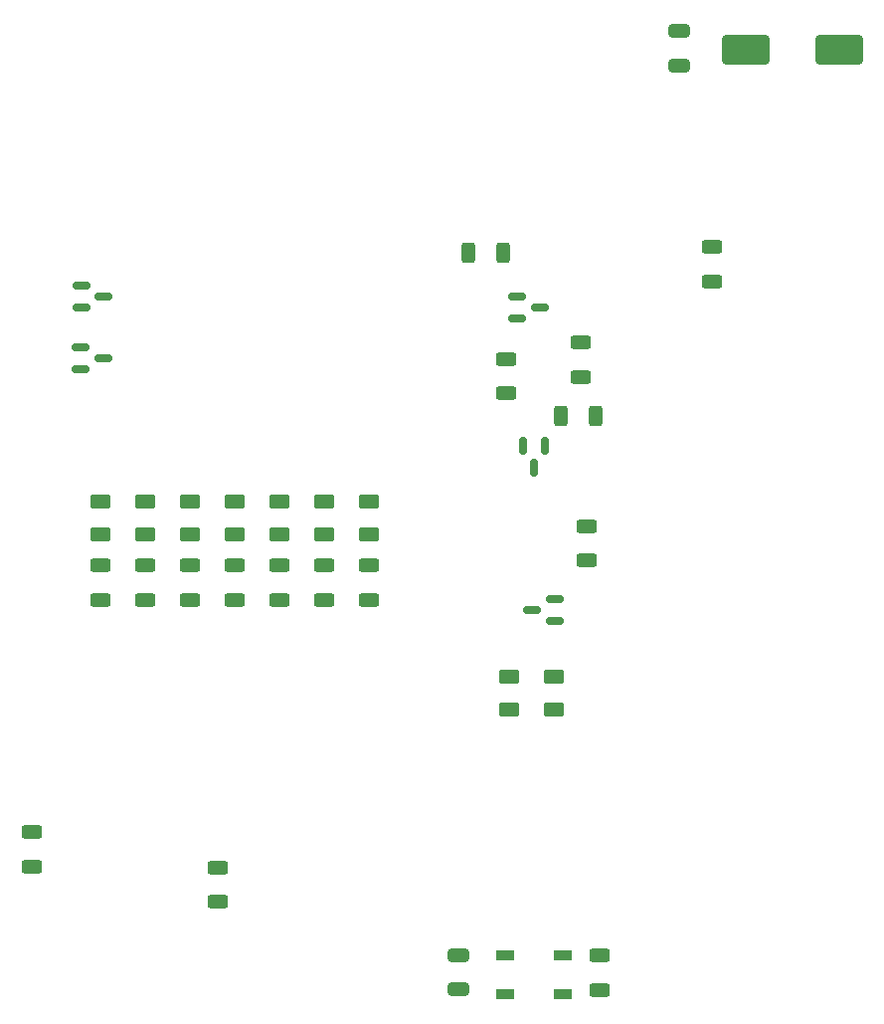
<source format=gtp>
G04 #@! TF.GenerationSoftware,KiCad,Pcbnew,8.0.1*
G04 #@! TF.CreationDate,2024-04-14T14:54:00-03:00*
G04 #@! TF.ProjectId,Shield STM32 Bluepill,53686965-6c64-4205-9354-4d333220426c,0.0*
G04 #@! TF.SameCoordinates,Original*
G04 #@! TF.FileFunction,Paste,Top*
G04 #@! TF.FilePolarity,Positive*
%FSLAX46Y46*%
G04 Gerber Fmt 4.6, Leading zero omitted, Abs format (unit mm)*
G04 Created by KiCad (PCBNEW 8.0.1) date 2024-04-14 14:54:00*
%MOMM*%
%LPD*%
G01*
G04 APERTURE LIST*
G04 Aperture macros list*
%AMRoundRect*
0 Rectangle with rounded corners*
0 $1 Rounding radius*
0 $2 $3 $4 $5 $6 $7 $8 $9 X,Y pos of 4 corners*
0 Add a 4 corners polygon primitive as box body*
4,1,4,$2,$3,$4,$5,$6,$7,$8,$9,$2,$3,0*
0 Add four circle primitives for the rounded corners*
1,1,$1+$1,$2,$3*
1,1,$1+$1,$4,$5*
1,1,$1+$1,$6,$7*
1,1,$1+$1,$8,$9*
0 Add four rect primitives between the rounded corners*
20,1,$1+$1,$2,$3,$4,$5,0*
20,1,$1+$1,$4,$5,$6,$7,0*
20,1,$1+$1,$6,$7,$8,$9,0*
20,1,$1+$1,$8,$9,$2,$3,0*%
G04 Aperture macros list end*
%ADD10RoundRect,0.250000X0.625000X-0.312500X0.625000X0.312500X-0.625000X0.312500X-0.625000X-0.312500X0*%
%ADD11RoundRect,0.150000X-0.587500X-0.150000X0.587500X-0.150000X0.587500X0.150000X-0.587500X0.150000X0*%
%ADD12RoundRect,0.250000X0.625000X-0.375000X0.625000X0.375000X-0.625000X0.375000X-0.625000X-0.375000X0*%
%ADD13RoundRect,0.250000X-0.625000X0.312500X-0.625000X-0.312500X0.625000X-0.312500X0.625000X0.312500X0*%
%ADD14RoundRect,0.150000X-0.150000X0.587500X-0.150000X-0.587500X0.150000X-0.587500X0.150000X0.587500X0*%
%ADD15RoundRect,0.250000X-0.650000X0.325000X-0.650000X-0.325000X0.650000X-0.325000X0.650000X0.325000X0*%
%ADD16RoundRect,0.250000X0.312500X0.625000X-0.312500X0.625000X-0.312500X-0.625000X0.312500X-0.625000X0*%
%ADD17R,1.500000X0.900000*%
%ADD18RoundRect,0.250000X1.750000X1.000000X-1.750000X1.000000X-1.750000X-1.000000X1.750000X-1.000000X0*%
%ADD19RoundRect,0.150000X0.587500X0.150000X-0.587500X0.150000X-0.587500X-0.150000X0.587500X-0.150000X0*%
G04 APERTURE END LIST*
D10*
X146900000Y-105475000D03*
X146900000Y-102550000D03*
D11*
X172417500Y-53980000D03*
X172417500Y-55880000D03*
X174292500Y-54930000D03*
D10*
X155981400Y-79806800D03*
X155981400Y-76881800D03*
D11*
X135257300Y-58290700D03*
X135257300Y-60190700D03*
X137132300Y-59240700D03*
D12*
X171704000Y-89154000D03*
X171704000Y-86354000D03*
X148312500Y-74221800D03*
X148312500Y-71421800D03*
X136875000Y-74221800D03*
X136875000Y-71421800D03*
X159750000Y-74221800D03*
X159750000Y-71421800D03*
D13*
X159791400Y-76881800D03*
X159791400Y-79806800D03*
D12*
X144500000Y-74221800D03*
X144500000Y-71421800D03*
X152125000Y-74221800D03*
X152125000Y-71421800D03*
D10*
X136931400Y-79806800D03*
X136931400Y-76881800D03*
D14*
X174764500Y-66692500D03*
X172864500Y-66692500D03*
X173814500Y-68567500D03*
D12*
X140687500Y-74221800D03*
X140687500Y-71421800D03*
D15*
X186182000Y-31418000D03*
X186182000Y-34368000D03*
D11*
X135290000Y-53050000D03*
X135290000Y-54950000D03*
X137165000Y-54000000D03*
D10*
X140741400Y-79806800D03*
X140741400Y-76881800D03*
D16*
X179070000Y-64135000D03*
X176145000Y-64135000D03*
D13*
X188976000Y-49784000D03*
X188976000Y-52709000D03*
D10*
X171450000Y-62230000D03*
X171450000Y-59305000D03*
X131025000Y-102475000D03*
X131025000Y-99550000D03*
D17*
X171392000Y-110050000D03*
X171392000Y-113350000D03*
X176292000Y-113350000D03*
X176292000Y-110050000D03*
D10*
X148361400Y-79806800D03*
X148361400Y-76881800D03*
X152171400Y-79806800D03*
X152171400Y-76881800D03*
X177800000Y-60837000D03*
X177800000Y-57912000D03*
D18*
X199834000Y-33020000D03*
X191834000Y-33020000D03*
D19*
X175562500Y-81595000D03*
X175562500Y-79695000D03*
X173687500Y-80645000D03*
D12*
X155937500Y-74221800D03*
X155937500Y-71421800D03*
D13*
X179450000Y-110050000D03*
X179450000Y-112975000D03*
D15*
X167350000Y-110000000D03*
X167350000Y-112950000D03*
D10*
X144551400Y-79806800D03*
X144551400Y-76881800D03*
X178308000Y-76454000D03*
X178308000Y-73529000D03*
D16*
X171196000Y-50292000D03*
X168271000Y-50292000D03*
D12*
X175514000Y-89154000D03*
X175514000Y-86354000D03*
M02*

</source>
